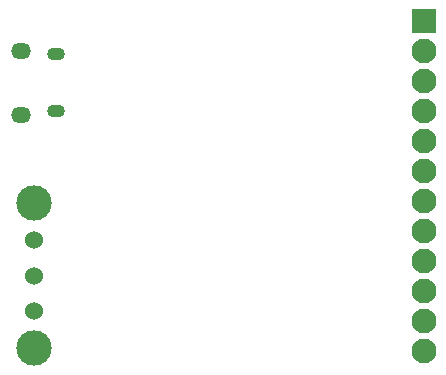
<source format=gbr>
%TF.GenerationSoftware,KiCad,Pcbnew,8.0.3*%
%TF.CreationDate,2024-09-20T11:12:47-04:00*%
%TF.ProjectId,Sequencer,53657175-656e-4636-9572-2e6b69636164,rev?*%
%TF.SameCoordinates,Original*%
%TF.FileFunction,Soldermask,Bot*%
%TF.FilePolarity,Negative*%
%FSLAX46Y46*%
G04 Gerber Fmt 4.6, Leading zero omitted, Abs format (unit mm)*
G04 Created by KiCad (PCBNEW 8.0.3) date 2024-09-20 11:12:47*
%MOMM*%
%LPD*%
G01*
G04 APERTURE LIST*
%ADD10C,1.524000*%
%ADD11C,3.000000*%
%ADD12O,1.700000X1.350000*%
%ADD13O,1.500000X1.100000*%
%ADD14R,2.100000X2.100000*%
%ADD15C,2.100000*%
G04 APERTURE END LIST*
D10*
%TO.C,SW1*%
X142250000Y-70350000D03*
X142250000Y-73350000D03*
X142250000Y-76350000D03*
D11*
X142250000Y-67200000D03*
X142250000Y-79500000D03*
%TD*%
D12*
%TO.C,J2*%
X141135000Y-54286647D03*
D13*
X144135000Y-54596647D03*
X144135000Y-59436647D03*
D12*
X141135000Y-59746647D03*
%TD*%
D14*
%TO.C,J1*%
X175250000Y-51810000D03*
D15*
X175250000Y-54350000D03*
X175250000Y-56890000D03*
X175250000Y-59430000D03*
X175250000Y-61970000D03*
X175250000Y-64510000D03*
X175250000Y-67050000D03*
X175250000Y-69590000D03*
X175250000Y-72130000D03*
X175250000Y-74670000D03*
X175250000Y-77210000D03*
X175250000Y-79750000D03*
%TD*%
M02*

</source>
